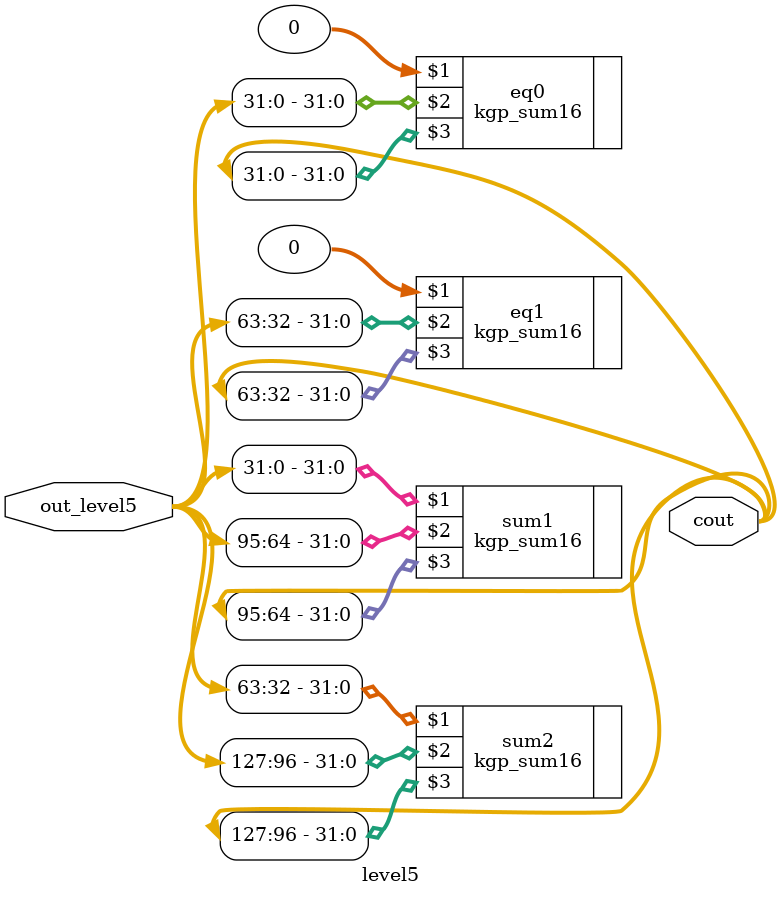
<source format=v>
module level5(
	input [127:0] out_level5,
	output [127:0] cout
);
	kgp_sum16 eq0(32'h00000000, out_level5[31:0], cout[31:0]);
	kgp_sum16 eq1(32'h00000000, out_level5[63:32], cout[63:32]);
	
	kgp_sum16 sum1(out_level5[31:0], out_level5[31+64:0+64], cout[31+64 :0+64]);
	kgp_sum16 sum2(out_level5[63:32], out_level5[63+64:32+64], cout[63+64 :32+64]);
	
endmodule

</source>
